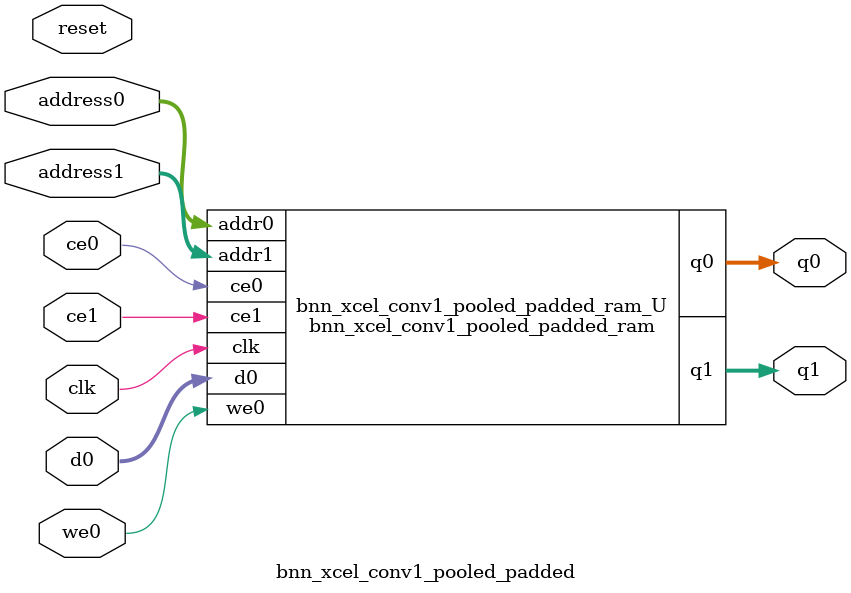
<source format=v>
`timescale 1 ns / 1 ps
module bnn_xcel_conv1_pooled_padded_ram (addr0, ce0, d0, we0, q0, addr1, ce1, q1,  clk);

parameter DWIDTH = 16;
parameter AWIDTH = 7;
parameter MEM_SIZE = 100;

input[AWIDTH-1:0] addr0;
input ce0;
input[DWIDTH-1:0] d0;
input we0;
output reg[DWIDTH-1:0] q0;
input[AWIDTH-1:0] addr1;
input ce1;
output reg[DWIDTH-1:0] q1;
input clk;

(* ram_style = "block" *)reg [DWIDTH-1:0] ram[0:MEM_SIZE-1];




always @(posedge clk)  
begin 
    if (ce0) begin
        if (we0) 
            ram[addr0] <= d0; 
        q0 <= ram[addr0];
    end
end


always @(posedge clk)  
begin 
    if (ce1) begin
        q1 <= ram[addr1];
    end
end


endmodule

`timescale 1 ns / 1 ps
module bnn_xcel_conv1_pooled_padded(
    reset,
    clk,
    address0,
    ce0,
    we0,
    d0,
    q0,
    address1,
    ce1,
    q1);

parameter DataWidth = 32'd16;
parameter AddressRange = 32'd100;
parameter AddressWidth = 32'd7;
input reset;
input clk;
input[AddressWidth - 1:0] address0;
input ce0;
input we0;
input[DataWidth - 1:0] d0;
output[DataWidth - 1:0] q0;
input[AddressWidth - 1:0] address1;
input ce1;
output[DataWidth - 1:0] q1;



bnn_xcel_conv1_pooled_padded_ram bnn_xcel_conv1_pooled_padded_ram_U(
    .clk( clk ),
    .addr0( address0 ),
    .ce0( ce0 ),
    .we0( we0 ),
    .d0( d0 ),
    .q0( q0 ),
    .addr1( address1 ),
    .ce1( ce1 ),
    .q1( q1 ));

endmodule


</source>
